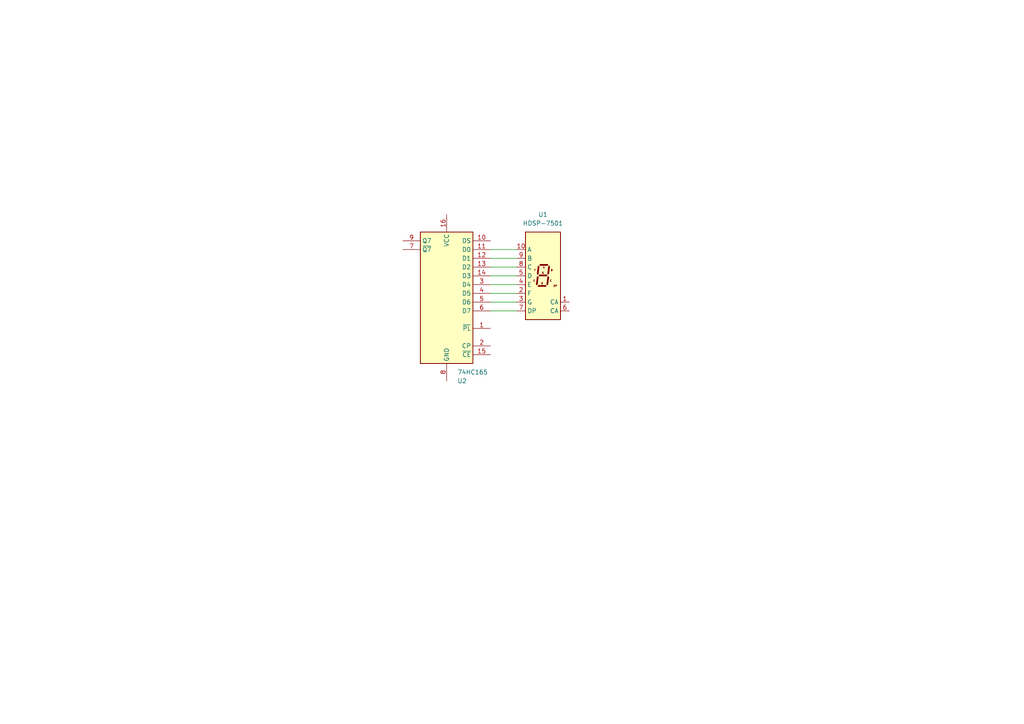
<source format=kicad_sch>
(kicad_sch
	(version 20250114)
	(generator "eeschema")
	(generator_version "9.0")
	(uuid "928d1a5e-6b3c-475f-a794-7b798339c035")
	(paper "A4")
	(lib_symbols
		(symbol "74xx:74HC165"
			(exclude_from_sim no)
			(in_bom yes)
			(on_board yes)
			(property "Reference" "U"
				(at -7.62 19.05 0)
				(effects
					(font
						(size 1.27 1.27)
					)
				)
			)
			(property "Value" "74HC165"
				(at -7.62 -21.59 0)
				(effects
					(font
						(size 1.27 1.27)
					)
				)
			)
			(property "Footprint" ""
				(at 0 0 0)
				(effects
					(font
						(size 1.27 1.27)
					)
					(hide yes)
				)
			)
			(property "Datasheet" "https://assets.nexperia.com/documents/data-sheet/74HC_HCT165.pdf"
				(at 0 0 0)
				(effects
					(font
						(size 1.27 1.27)
					)
					(hide yes)
				)
			)
			(property "Description" "Shift Register, 8-bit, Parallel Load"
				(at 0 0 0)
				(effects
					(font
						(size 1.27 1.27)
					)
					(hide yes)
				)
			)
			(property "ki_keywords" "8 bit shift register parallel load cmos"
				(at 0 0 0)
				(effects
					(font
						(size 1.27 1.27)
					)
					(hide yes)
				)
			)
			(property "ki_fp_filters" "DIP?16* SO*16*3.9x9.9mm*P1.27mm* SSOP*16*5.3x6.2mm*P0.65mm* TSSOP*16*4.4x5mm*P0.65*"
				(at 0 0 0)
				(effects
					(font
						(size 1.27 1.27)
					)
					(hide yes)
				)
			)
			(symbol "74HC165_1_0"
				(pin input line
					(at -12.7 15.24 0)
					(length 5.08)
					(name "DS"
						(effects
							(font
								(size 1.27 1.27)
							)
						)
					)
					(number "10"
						(effects
							(font
								(size 1.27 1.27)
							)
						)
					)
				)
				(pin input line
					(at -12.7 12.7 0)
					(length 5.08)
					(name "D0"
						(effects
							(font
								(size 1.27 1.27)
							)
						)
					)
					(number "11"
						(effects
							(font
								(size 1.27 1.27)
							)
						)
					)
				)
				(pin input line
					(at -12.7 10.16 0)
					(length 5.08)
					(name "D1"
						(effects
							(font
								(size 1.27 1.27)
							)
						)
					)
					(number "12"
						(effects
							(font
								(size 1.27 1.27)
							)
						)
					)
				)
				(pin input line
					(at -12.7 7.62 0)
					(length 5.08)
					(name "D2"
						(effects
							(font
								(size 1.27 1.27)
							)
						)
					)
					(number "13"
						(effects
							(font
								(size 1.27 1.27)
							)
						)
					)
				)
				(pin input line
					(at -12.7 5.08 0)
					(length 5.08)
					(name "D3"
						(effects
							(font
								(size 1.27 1.27)
							)
						)
					)
					(number "14"
						(effects
							(font
								(size 1.27 1.27)
							)
						)
					)
				)
				(pin input line
					(at -12.7 2.54 0)
					(length 5.08)
					(name "D4"
						(effects
							(font
								(size 1.27 1.27)
							)
						)
					)
					(number "3"
						(effects
							(font
								(size 1.27 1.27)
							)
						)
					)
				)
				(pin input line
					(at -12.7 0 0)
					(length 5.08)
					(name "D5"
						(effects
							(font
								(size 1.27 1.27)
							)
						)
					)
					(number "4"
						(effects
							(font
								(size 1.27 1.27)
							)
						)
					)
				)
				(pin input line
					(at -12.7 -2.54 0)
					(length 5.08)
					(name "D6"
						(effects
							(font
								(size 1.27 1.27)
							)
						)
					)
					(number "5"
						(effects
							(font
								(size 1.27 1.27)
							)
						)
					)
				)
				(pin input line
					(at -12.7 -5.08 0)
					(length 5.08)
					(name "D7"
						(effects
							(font
								(size 1.27 1.27)
							)
						)
					)
					(number "6"
						(effects
							(font
								(size 1.27 1.27)
							)
						)
					)
				)
				(pin input line
					(at -12.7 -10.16 0)
					(length 5.08)
					(name "~{PL}"
						(effects
							(font
								(size 1.27 1.27)
							)
						)
					)
					(number "1"
						(effects
							(font
								(size 1.27 1.27)
							)
						)
					)
				)
				(pin input line
					(at -12.7 -15.24 0)
					(length 5.08)
					(name "CP"
						(effects
							(font
								(size 1.27 1.27)
							)
						)
					)
					(number "2"
						(effects
							(font
								(size 1.27 1.27)
							)
						)
					)
				)
				(pin input line
					(at -12.7 -17.78 0)
					(length 5.08)
					(name "~{CE}"
						(effects
							(font
								(size 1.27 1.27)
							)
						)
					)
					(number "15"
						(effects
							(font
								(size 1.27 1.27)
							)
						)
					)
				)
				(pin power_in line
					(at 0 22.86 270)
					(length 5.08)
					(name "VCC"
						(effects
							(font
								(size 1.27 1.27)
							)
						)
					)
					(number "16"
						(effects
							(font
								(size 1.27 1.27)
							)
						)
					)
				)
				(pin power_in line
					(at 0 -25.4 90)
					(length 5.08)
					(name "GND"
						(effects
							(font
								(size 1.27 1.27)
							)
						)
					)
					(number "8"
						(effects
							(font
								(size 1.27 1.27)
							)
						)
					)
				)
				(pin output line
					(at 12.7 15.24 180)
					(length 5.08)
					(name "Q7"
						(effects
							(font
								(size 1.27 1.27)
							)
						)
					)
					(number "9"
						(effects
							(font
								(size 1.27 1.27)
							)
						)
					)
				)
				(pin output line
					(at 12.7 12.7 180)
					(length 5.08)
					(name "~{Q7}"
						(effects
							(font
								(size 1.27 1.27)
							)
						)
					)
					(number "7"
						(effects
							(font
								(size 1.27 1.27)
							)
						)
					)
				)
			)
			(symbol "74HC165_1_1"
				(rectangle
					(start -7.62 17.78)
					(end 7.62 -20.32)
					(stroke
						(width 0.254)
						(type default)
					)
					(fill
						(type background)
					)
				)
			)
			(embedded_fonts no)
		)
		(symbol "Display_Character:HDSP-7501"
			(exclude_from_sim no)
			(in_bom yes)
			(on_board yes)
			(property "Reference" "U"
				(at -3.81 13.97 0)
				(effects
					(font
						(size 1.27 1.27)
					)
				)
			)
			(property "Value" "HDSP-7501"
				(at 6.35 13.97 0)
				(effects
					(font
						(size 1.27 1.27)
					)
				)
			)
			(property "Footprint" "Display_7Segment:HDSP-A151"
				(at 0 -13.97 0)
				(effects
					(font
						(size 1.27 1.27)
					)
					(hide yes)
				)
			)
			(property "Datasheet" "https://docs.broadcom.com/docs/AV02-2553EN"
				(at -12.7 13.97 0)
				(effects
					(font
						(size 1.27 1.27)
					)
					(hide yes)
				)
			)
			(property "Description" "One digit 7 segment high efficiency red, common anode"
				(at 0 0 0)
				(effects
					(font
						(size 1.27 1.27)
					)
					(hide yes)
				)
			)
			(property "ki_keywords" "display LED 7-segment"
				(at 0 0 0)
				(effects
					(font
						(size 1.27 1.27)
					)
					(hide yes)
				)
			)
			(property "ki_fp_filters" "HDSP?A151*"
				(at 0 0 0)
				(effects
					(font
						(size 1.27 1.27)
					)
					(hide yes)
				)
			)
			(symbol "HDSP-7501_1_0"
				(text "E"
					(at -2.54 -1.397 0)
					(effects
						(font
							(size 0.508 0.508)
						)
					)
				)
				(text "F"
					(at -2.286 1.651 0)
					(effects
						(font
							(size 0.508 0.508)
						)
					)
				)
				(text "D"
					(at -0.254 -2.159 0)
					(effects
						(font
							(size 0.508 0.508)
						)
					)
				)
				(text "G"
					(at 0 0.889 0)
					(effects
						(font
							(size 0.508 0.508)
						)
					)
				)
				(text "A"
					(at 0.254 2.413 0)
					(effects
						(font
							(size 0.508 0.508)
						)
					)
				)
				(text "C"
					(at 2.286 -1.397 0)
					(effects
						(font
							(size 0.508 0.508)
						)
					)
				)
				(text "B"
					(at 2.54 1.651 0)
					(effects
						(font
							(size 0.508 0.508)
						)
					)
				)
				(text "DP"
					(at 3.556 -2.921 0)
					(effects
						(font
							(size 0.508 0.508)
						)
					)
				)
			)
			(symbol "HDSP-7501_1_1"
				(rectangle
					(start -5.08 12.7)
					(end 5.08 -12.7)
					(stroke
						(width 0.254)
						(type default)
					)
					(fill
						(type background)
					)
				)
				(polyline
					(pts
						(xy -1.524 -0.381) (xy -1.778 -2.413)
					)
					(stroke
						(width 0.508)
						(type default)
					)
					(fill
						(type none)
					)
				)
				(polyline
					(pts
						(xy -1.27 2.667) (xy -1.524 0.635)
					)
					(stroke
						(width 0.508)
						(type default)
					)
					(fill
						(type none)
					)
				)
				(polyline
					(pts
						(xy -1.27 -2.921) (xy 0.762 -2.921)
					)
					(stroke
						(width 0.508)
						(type default)
					)
					(fill
						(type none)
					)
				)
				(polyline
					(pts
						(xy -1.016 0.127) (xy 1.016 0.127)
					)
					(stroke
						(width 0.508)
						(type default)
					)
					(fill
						(type none)
					)
				)
				(polyline
					(pts
						(xy -0.762 3.175) (xy 1.27 3.175)
					)
					(stroke
						(width 0.508)
						(type default)
					)
					(fill
						(type none)
					)
				)
				(polyline
					(pts
						(xy 1.524 -0.381) (xy 1.27 -2.413)
					)
					(stroke
						(width 0.508)
						(type default)
					)
					(fill
						(type none)
					)
				)
				(polyline
					(pts
						(xy 1.778 2.667) (xy 1.524 0.635)
					)
					(stroke
						(width 0.508)
						(type default)
					)
					(fill
						(type none)
					)
				)
				(polyline
					(pts
						(xy 2.54 -2.921) (xy 2.54 -2.921)
					)
					(stroke
						(width 0.508)
						(type default)
					)
					(fill
						(type none)
					)
				)
				(pin input line
					(at -7.62 7.62 0)
					(length 2.54)
					(name "A"
						(effects
							(font
								(size 1.27 1.27)
							)
						)
					)
					(number "10"
						(effects
							(font
								(size 1.27 1.27)
							)
						)
					)
				)
				(pin input line
					(at -7.62 5.08 0)
					(length 2.54)
					(name "B"
						(effects
							(font
								(size 1.27 1.27)
							)
						)
					)
					(number "9"
						(effects
							(font
								(size 1.27 1.27)
							)
						)
					)
				)
				(pin input line
					(at -7.62 2.54 0)
					(length 2.54)
					(name "C"
						(effects
							(font
								(size 1.27 1.27)
							)
						)
					)
					(number "8"
						(effects
							(font
								(size 1.27 1.27)
							)
						)
					)
				)
				(pin input line
					(at -7.62 0 0)
					(length 2.54)
					(name "D"
						(effects
							(font
								(size 1.27 1.27)
							)
						)
					)
					(number "5"
						(effects
							(font
								(size 1.27 1.27)
							)
						)
					)
				)
				(pin input line
					(at -7.62 -2.54 0)
					(length 2.54)
					(name "E"
						(effects
							(font
								(size 1.27 1.27)
							)
						)
					)
					(number "4"
						(effects
							(font
								(size 1.27 1.27)
							)
						)
					)
				)
				(pin input line
					(at -7.62 -5.08 0)
					(length 2.54)
					(name "F"
						(effects
							(font
								(size 1.27 1.27)
							)
						)
					)
					(number "2"
						(effects
							(font
								(size 1.27 1.27)
							)
						)
					)
				)
				(pin input line
					(at -7.62 -7.62 0)
					(length 2.54)
					(name "G"
						(effects
							(font
								(size 1.27 1.27)
							)
						)
					)
					(number "3"
						(effects
							(font
								(size 1.27 1.27)
							)
						)
					)
				)
				(pin input line
					(at -7.62 -10.16 0)
					(length 2.54)
					(name "DP"
						(effects
							(font
								(size 1.27 1.27)
							)
						)
					)
					(number "7"
						(effects
							(font
								(size 1.27 1.27)
							)
						)
					)
				)
				(pin input line
					(at 7.62 -7.62 180)
					(length 2.54)
					(name "CA"
						(effects
							(font
								(size 1.27 1.27)
							)
						)
					)
					(number "1"
						(effects
							(font
								(size 1.27 1.27)
							)
						)
					)
				)
				(pin input line
					(at 7.62 -10.16 180)
					(length 2.54)
					(name "CA"
						(effects
							(font
								(size 1.27 1.27)
							)
						)
					)
					(number "6"
						(effects
							(font
								(size 1.27 1.27)
							)
						)
					)
				)
			)
			(embedded_fonts no)
		)
	)
	(wire
		(pts
			(xy 142.24 85.09) (xy 149.86 85.09)
		)
		(stroke
			(width 0)
			(type default)
		)
		(uuid "06808f0c-1dc8-4c1c-af44-53838f626e17")
	)
	(wire
		(pts
			(xy 142.24 82.55) (xy 149.86 82.55)
		)
		(stroke
			(width 0)
			(type default)
		)
		(uuid "0d813e4a-b49c-4847-bcb5-7ff3351cdbfe")
	)
	(wire
		(pts
			(xy 142.24 90.17) (xy 149.86 90.17)
		)
		(stroke
			(width 0)
			(type default)
		)
		(uuid "31a923c7-52ef-4639-b289-17ccfec867ee")
	)
	(wire
		(pts
			(xy 142.24 72.39) (xy 149.86 72.39)
		)
		(stroke
			(width 0)
			(type default)
		)
		(uuid "38ec7b18-9bcb-4fb6-8ba8-e379f7f797f1")
	)
	(wire
		(pts
			(xy 142.24 74.93) (xy 149.86 74.93)
		)
		(stroke
			(width 0)
			(type default)
		)
		(uuid "55e83a58-8af5-4d90-9f90-0128cf1bb35e")
	)
	(wire
		(pts
			(xy 142.24 87.63) (xy 149.86 87.63)
		)
		(stroke
			(width 0)
			(type default)
		)
		(uuid "910a1686-9c67-48c3-b1ca-64edbc955859")
	)
	(wire
		(pts
			(xy 142.24 80.01) (xy 149.86 80.01)
		)
		(stroke
			(width 0)
			(type default)
		)
		(uuid "d9019d62-16ee-4420-91e6-3f1b5dc27d67")
	)
	(wire
		(pts
			(xy 142.24 77.47) (xy 149.86 77.47)
		)
		(stroke
			(width 0)
			(type default)
		)
		(uuid "fdec2428-b2ad-4291-8c67-51e8ad853fa3")
	)
	(symbol
		(lib_id "Display_Character:HDSP-7501")
		(at 157.48 80.01 0)
		(unit 1)
		(exclude_from_sim no)
		(in_bom yes)
		(on_board yes)
		(dnp no)
		(uuid "7431c52b-19a1-49a6-a343-0136aa2e80cb")
		(property "Reference" "U1"
			(at 157.48 62.23 0)
			(effects
				(font
					(size 1.27 1.27)
				)
			)
		)
		(property "Value" "HDSP-7501"
			(at 157.48 64.77 0)
			(effects
				(font
					(size 1.27 1.27)
				)
			)
		)
		(property "Footprint" "Display_7Segment:HDSP-A151"
			(at 157.48 93.98 0)
			(effects
				(font
					(size 1.27 1.27)
				)
				(hide yes)
			)
		)
		(property "Datasheet" "https://docs.broadcom.com/docs/AV02-2553EN"
			(at 144.78 66.04 0)
			(effects
				(font
					(size 1.27 1.27)
				)
				(hide yes)
			)
		)
		(property "Description" "One digit 7 segment high efficiency red, common anode"
			(at 157.48 80.01 0)
			(effects
				(font
					(size 1.27 1.27)
				)
				(hide yes)
			)
		)
		(pin "6"
			(uuid "cfc0c918-3a27-4eff-8b83-8a235a3da0b6")
		)
		(pin "5"
			(uuid "7d33eb9d-daf7-4383-a0fa-e6c6d679a098")
		)
		(pin "3"
			(uuid "5c9ca83b-9a3b-46b8-8fbf-9ac70f00b6a6")
		)
		(pin "7"
			(uuid "17c95e45-7069-41fa-a25e-c5d1c1144e64")
		)
		(pin "8"
			(uuid "ddf7c09c-a0bc-489c-8fa2-6d2ab3a74646")
		)
		(pin "4"
			(uuid "edaf9ca9-ac0f-4c4b-803f-7a5011a45a0a")
		)
		(pin "1"
			(uuid "949f7691-a759-404f-bdc9-2778ae1271ac")
		)
		(pin "10"
			(uuid "17d44af7-6b62-48e1-8f3b-1af0c97c9adf")
		)
		(pin "2"
			(uuid "6f684c00-feca-44b9-b876-55487a81d8fe")
		)
		(pin "9"
			(uuid "9e84c7bc-abba-4f47-a862-6ee2d2e2f81d")
		)
		(instances
			(project ""
				(path "/928d1a5e-6b3c-475f-a794-7b798339c035"
					(reference "U1")
					(unit 1)
				)
			)
		)
	)
	(symbol
		(lib_id "74xx:74HC165")
		(at 129.54 85.09 0)
		(mirror y)
		(unit 1)
		(exclude_from_sim no)
		(in_bom yes)
		(on_board yes)
		(dnp no)
		(uuid "c20ec424-d9a3-4d65-9bc5-8d41e78b66be")
		(property "Reference" "U2"
			(at 132.6581 110.49 0)
			(effects
				(font
					(size 1.27 1.27)
				)
				(justify right)
			)
		)
		(property "Value" "74HC165"
			(at 132.6581 107.95 0)
			(effects
				(font
					(size 1.27 1.27)
				)
				(justify right)
			)
		)
		(property "Footprint" ""
			(at 129.54 85.09 0)
			(effects
				(font
					(size 1.27 1.27)
				)
				(hide yes)
			)
		)
		(property "Datasheet" "https://assets.nexperia.com/documents/data-sheet/74HC_HCT165.pdf"
			(at 129.54 85.09 0)
			(effects
				(font
					(size 1.27 1.27)
				)
				(hide yes)
			)
		)
		(property "Description" "Shift Register, 8-bit, Parallel Load"
			(at 129.54 85.09 0)
			(effects
				(font
					(size 1.27 1.27)
				)
				(hide yes)
			)
		)
		(pin "15"
			(uuid "cc4e69dd-ca0b-422e-896b-10389f821ab0")
		)
		(pin "12"
			(uuid "38893f1a-4d93-4eba-9377-f982089099d1")
		)
		(pin "11"
			(uuid "66e6db25-0b03-4aca-ace7-ff380dfc4788")
		)
		(pin "1"
			(uuid "f4e0fabe-fea9-477e-828e-172fb8ea31f5")
		)
		(pin "5"
			(uuid "cde1b629-3eb2-4b0c-9807-fa9247246da5")
		)
		(pin "3"
			(uuid "56d90615-a6e6-4630-a207-5cbccd0741b6")
		)
		(pin "13"
			(uuid "a13387ab-11c2-4a14-b6f0-ad3aeccff4cb")
		)
		(pin "14"
			(uuid "ef32708f-0e7f-4bb1-b716-7b6db9f63151")
		)
		(pin "8"
			(uuid "7799e389-9ac6-47fa-81a6-762ab1bb60a1")
		)
		(pin "10"
			(uuid "c6978933-4344-426c-9a48-e4eb1efe85a0")
		)
		(pin "4"
			(uuid "095bf0f4-08d3-4226-a2b5-858e0f7fe709")
		)
		(pin "6"
			(uuid "fa790d87-ef62-4d4d-905b-044a44630822")
		)
		(pin "2"
			(uuid "b830b687-e002-44e3-9a04-8ec94a2f9634")
		)
		(pin "16"
			(uuid "7afb78a1-36ba-4a75-a7ca-b07ad62f06a3")
		)
		(pin "9"
			(uuid "18f105c4-69f7-41cc-9ad5-5761f02cb3bf")
		)
		(pin "7"
			(uuid "26de550a-84cb-4487-8e31-0aa7de4ab233")
		)
		(instances
			(project ""
				(path "/928d1a5e-6b3c-475f-a794-7b798339c035"
					(reference "U2")
					(unit 1)
				)
			)
		)
	)
	(sheet_instances
		(path "/"
			(page "1")
		)
	)
	(embedded_fonts no)
)

</source>
